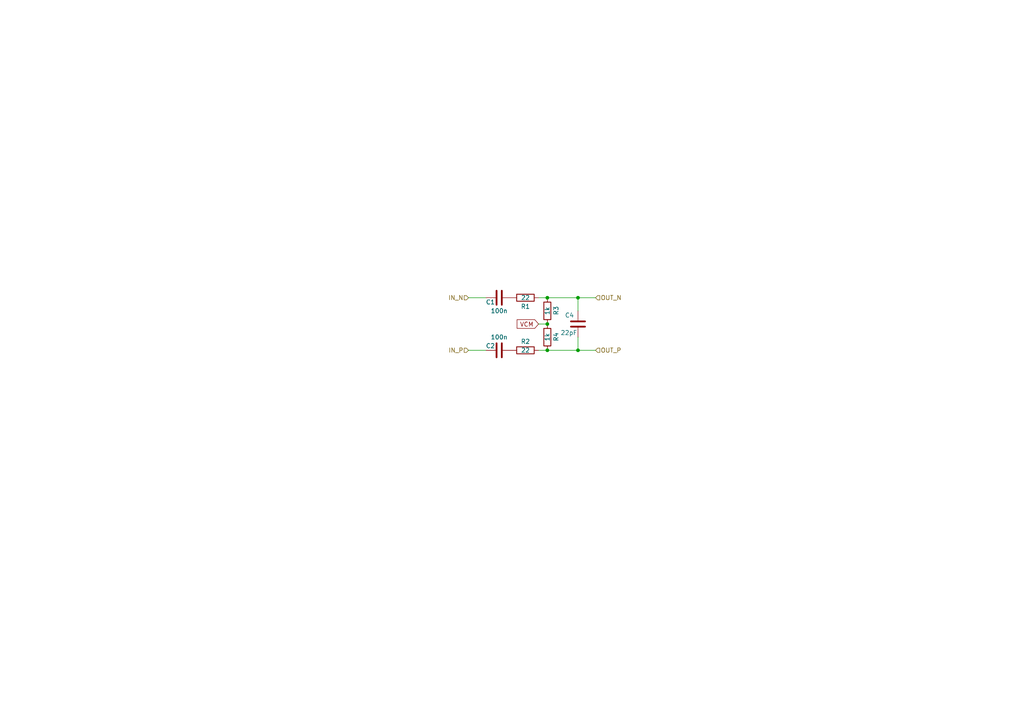
<source format=kicad_sch>
(kicad_sch (version 20231120) (generator "eeschema") (generator_version "8.0")
  (paper "A4")
  (title_block (title "2D5 experiment board") (date "2023-12-01") (rev "0.1") (company "Apertus"))
  (lib_symbols
    (symbol "Device:C" (pin_numbers hide) (pin_names (offset 0.254))
      (property "Reference" "C" (at 0.635 2.54 0))
      (property "Value" "C" (at 0.635 -2.54 0))
      (symbol "C_0_1"
        (polyline (pts (xy -2.032 -0.762) (xy 2.032 -0.762)) (stroke (width 0.508)))
        (polyline (pts (xy -2.032 0.762) (xy 2.032 0.762)) (stroke (width 0.508)))
      )
      (symbol "C_1_1"
        (pin passive line (at 0 3.81 270) (length 2.794) (name "~") (number "1"))
        (pin passive line (at 0 -3.81 90) (length 2.794) (name "~") (number "2"))
      )
    )
    (symbol "Device:R" (pin_numbers hide) (pin_names (offset 0))
      (property "Reference" "R" (at 2.032 0 90))
      (property "Value" "R" (at 0 0 90))
      (symbol "R_0_1"
        (rectangle (start -1.016 -2.54) (end 1.016 2.54) (stroke (width 0.254)))
      )
      (symbol "R_1_1"
        (pin passive line (at 0 3.81 270) (length 1.27) (name "~") (number "1"))
        (pin passive line (at 0 -3.81 90) (length 1.27) (name "~") (number "2"))
      )
    )
  )
  (junction (at 167.64 86.36))
  (junction (at 167.64 101.6))
  (junction (at 158.75 93.98))
  (junction (at 158.75 101.6))
  (junction (at 158.75 86.36))
  (wire (pts (xy 135.89 101.6) (xy 140.97 101.6)))
  (wire (pts (xy 167.64 101.6) (xy 172.72 101.6)))
  (wire (pts (xy 156.21 101.6) (xy 158.75 101.6)))
  (wire (pts (xy 135.89 86.36) (xy 140.97 86.36)))
  (wire (pts (xy 167.64 86.36) (xy 172.72 86.36)))
  (wire (pts (xy 167.64 101.6) (xy 167.64 97.79)))
  (wire (pts (xy 167.64 86.36) (xy 167.64 90.17)))
  (wire (pts (xy 158.75 101.6) (xy 167.64 101.6)))
  (wire (pts (xy 156.21 86.36) (xy 158.75 86.36)))
  (wire (pts (xy 158.75 86.36) (xy 167.64 86.36)))
  (wire (pts (xy 156.21 93.98) (xy 158.75 93.98)))
  (global_label "VCM" (shape input) (at 156.21 93.98 180) (property "Intersheetrefs" "${INTERSHEET_REFS}" (effects (hide yes))))
  (hierarchical_label "IN_N" (shape input) (at 135.89 86.36 180))
  (hierarchical_label "OUT_P" (shape input) (at 172.72 101.6 0))
  (hierarchical_label "OUT_N" (shape input) (at 172.72 86.36 0))
  (hierarchical_label "IN_P" (shape input) (at 135.89 101.6 180))
  (symbol (lib_id "Device:R") (at 152.4 101.6 90) (unit 1)
    (property "Reference" "R2" (at 152.4 99.06 90))
    (property "Value" "22" (at 152.4 101.6 90))
    (property "Footprint" "Resistor_SMD:R_0603_1608Metric" (effects (hide yes)))
    (instances (project "zynq-test-board" (path "" (reference "R2") (unit 1)) (path "" (reference "R32") (unit 1)) (path "" (reference "R56") (unit 1)) (path "" (reference "R16") (unit 1)) (path "" (reference "R24") (unit 1))))
  )
  (symbol (lib_id "Device:R") (at 152.4 86.36 90) (unit 1)
    (property "Reference" "R1" (at 152.4 88.9 90))
    (property "Value" "22" (at 152.4 86.36 90))
    (property "Footprint" "Resistor_SMD:R_0603_1608Metric" (effects (hide yes)))
    (instances (project "zynq-test-board" (path "" (reference "R1") (unit 1)) (path "" (reference "R31") (unit 1)) (path "" (reference "R55") (unit 1)) (path "" (reference "R15") (unit 1)) (path "" (reference "R23") (unit 1))))
  )
  (symbol (lib_id "Device:R") (at 158.75 97.79 0) (unit 1)
    (property "Reference" "R4" (at 161.29 99.06 90) (effects (justify left)))
    (property "Value" "1k" (at 158.75 97.79 90))
    (property "Footprint" "Resistor_SMD:R_0603_1608Metric" (effects (hide yes)))
    (instances (project "zynq-test-board" (path "" (reference "R4") (unit 1)) (path "" (reference "R34") (unit 1)) (path "" (reference "R58") (unit 1)) (path "" (reference "R18") (unit 1)) (path "" (reference "R26") (unit 1))))
  )
  (symbol (lib_id "Device:C") (at 144.78 86.36 90) (unit 1)
    (property "Reference" "C1" (at 142.24 87.63 90))
    (property "Value" "100n" (at 144.78 90.17 90))
    (property "Footprint" "Capacitor_SMD:C_0603_1608Metric" (effects (hide yes)))
    (instances (project "zynq-test-board" (path "" (reference "C1") (unit 1)) (path "" (reference "C27") (unit 1)) (path "" (reference "C61") (unit 1)) (path "" (reference "C11") (unit 1)) (path "" (reference "C19") (unit 1))))
  )
  (symbol (lib_id "Device:C") (at 167.64 93.98 0) (unit 1)
    (property "Reference" "C4" (at 163.83 91.44 0) (effects (justify left)))
    (property "Value" "22pF" (at 162.56 96.52 0) (effects (justify left)))
    (property "Footprint" "Capacitor_SMD:C_0603_1608Metric" (effects (hide yes)))
    (instances (project "zynq-test-board" (path "" (reference "C4") (unit 1)) (path "" (reference "C29") (unit 1)) (path "" (reference "C63") (unit 1)) (path "" (reference "C13") (unit 1)) (path "" (reference "C21") (unit 1))))
  )
  (symbol (lib_id "Device:C") (at 144.78 101.6 90) (unit 1)
    (property "Reference" "C2" (at 142.24 100.33 90))
    (property "Value" "100n" (at 144.78 97.79 90))
    (property "Footprint" "Capacitor_SMD:C_0603_1608Metric" (effects (hide yes)))
    (instances (project "zynq-test-board" (path "" (reference "C2") (unit 1)) (path "" (reference "C28") (unit 1)) (path "" (reference "C62") (unit 1)) (path "" (reference "C12") (unit 1)) (path "" (reference "C20") (unit 1))))
  )
  (symbol (lib_id "Device:R") (at 158.75 90.17 0) (unit 1)
    (property "Reference" "R3" (at 161.29 91.44 90) (effects (justify left)))
    (property "Value" "1k" (at 158.75 90.17 90))
    (property "Footprint" "Resistor_SMD:R_0603_1608Metric" (effects (hide yes)))
    (instances (project "zynq-test-board" (path "" (reference "R3") (unit 1)) (path "" (reference "R33") (unit 1)) (path "" (reference "R57") (unit 1)) (path "" (reference "R17") (unit 1)) (path "" (reference "R25") (unit 1))))
  )
)
</source>
